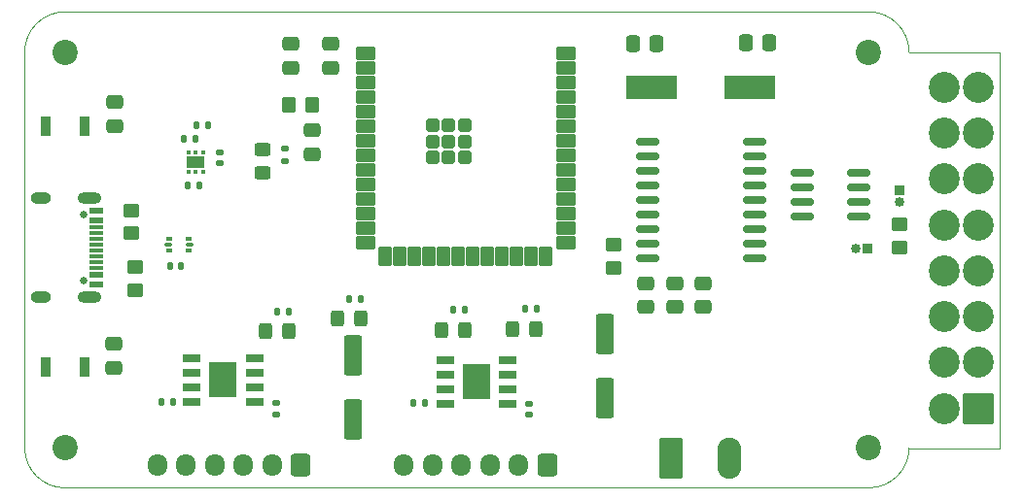
<source format=gbr>
%TF.GenerationSoftware,KiCad,Pcbnew,9.0.2-rc1-202504292220~4c561b3193~ubuntu24.04.1*%
%TF.CreationDate,2025-05-14T22:04:50-03:00*%
%TF.ProjectId,hardware,68617264-7761-4726-952e-6b696361645f,rev?*%
%TF.SameCoordinates,Original*%
%TF.FileFunction,Soldermask,Top*%
%TF.FilePolarity,Negative*%
%FSLAX46Y46*%
G04 Gerber Fmt 4.6, Leading zero omitted, Abs format (unit mm)*
G04 Created by KiCad (PCBNEW 9.0.2-rc1-202504292220~4c561b3193~ubuntu24.04.1) date 2025-05-14 22:04:50*
%MOMM*%
%LPD*%
G01*
G04 APERTURE LIST*
G04 Aperture macros list*
%AMRoundRect*
0 Rectangle with rounded corners*
0 $1 Rounding radius*
0 $2 $3 $4 $5 $6 $7 $8 $9 X,Y pos of 4 corners*
0 Add a 4 corners polygon primitive as box body*
4,1,4,$2,$3,$4,$5,$6,$7,$8,$9,$2,$3,0*
0 Add four circle primitives for the rounded corners*
1,1,$1+$1,$2,$3*
1,1,$1+$1,$4,$5*
1,1,$1+$1,$6,$7*
1,1,$1+$1,$8,$9*
0 Add four rect primitives between the rounded corners*
20,1,$1+$1,$2,$3,$4,$5,0*
20,1,$1+$1,$4,$5,$6,$7,0*
20,1,$1+$1,$6,$7,$8,$9,0*
20,1,$1+$1,$8,$9,$2,$3,0*%
G04 Aperture macros list end*
%ADD10R,1.525000X0.650000*%
%ADD11R,2.400000X3.100000*%
%ADD12RoundRect,0.250000X0.550000X-1.500000X0.550000X1.500000X-0.550000X1.500000X-0.550000X-1.500000X0*%
%ADD13RoundRect,0.102000X1.250000X-1.250000X1.250000X1.250000X-1.250000X1.250000X-1.250000X-1.250000X0*%
%ADD14C,2.704000*%
%ADD15RoundRect,0.135000X0.135000X0.185000X-0.135000X0.185000X-0.135000X-0.185000X0.135000X-0.185000X0*%
%ADD16RoundRect,0.250000X0.450000X-0.350000X0.450000X0.350000X-0.450000X0.350000X-0.450000X-0.350000X0*%
%ADD17RoundRect,0.150000X0.875000X0.150000X-0.875000X0.150000X-0.875000X-0.150000X0.875000X-0.150000X0*%
%ADD18RoundRect,0.250000X-0.475000X0.337500X-0.475000X-0.337500X0.475000X-0.337500X0.475000X0.337500X0*%
%ADD19RoundRect,0.250000X0.475000X-0.337500X0.475000X0.337500X-0.475000X0.337500X-0.475000X-0.337500X0*%
%ADD20RoundRect,0.135000X-0.135000X-0.185000X0.135000X-0.185000X0.135000X0.185000X-0.135000X0.185000X0*%
%ADD21C,2.200000*%
%ADD22RoundRect,0.250000X-0.325000X-0.450000X0.325000X-0.450000X0.325000X0.450000X-0.325000X0.450000X0*%
%ADD23RoundRect,0.135000X-0.185000X0.135000X-0.185000X-0.135000X0.185000X-0.135000X0.185000X0.135000X0*%
%ADD24RoundRect,0.250000X0.600000X0.725000X-0.600000X0.725000X-0.600000X-0.725000X0.600000X-0.725000X0*%
%ADD25O,1.700000X1.950000*%
%ADD26RoundRect,0.093750X-0.106250X0.093750X-0.106250X-0.093750X0.106250X-0.093750X0.106250X0.093750X0*%
%ADD27R,1.600000X1.000000*%
%ADD28RoundRect,0.250000X-0.337500X-0.475000X0.337500X-0.475000X0.337500X0.475000X-0.337500X0.475000X0*%
%ADD29RoundRect,0.140000X-0.170000X0.140000X-0.170000X-0.140000X0.170000X-0.140000X0.170000X0.140000X0*%
%ADD30RoundRect,0.140000X-0.140000X-0.170000X0.140000X-0.170000X0.140000X0.170000X-0.140000X0.170000X0*%
%ADD31RoundRect,0.250000X0.450000X-0.325000X0.450000X0.325000X-0.450000X0.325000X-0.450000X-0.325000X0*%
%ADD32R,0.900000X1.700000*%
%ADD33RoundRect,0.250000X-0.350000X-0.450000X0.350000X-0.450000X0.350000X0.450000X-0.350000X0.450000X0*%
%ADD34C,0.650000*%
%ADD35R,1.240000X0.600000*%
%ADD36R,1.240000X0.300000*%
%ADD37O,2.100000X1.000000*%
%ADD38O,1.800000X1.000000*%
%ADD39RoundRect,0.250000X-0.450000X0.350000X-0.450000X-0.350000X0.450000X-0.350000X0.450000X0.350000X0*%
%ADD40RoundRect,0.102000X-0.750000X-0.450000X0.750000X-0.450000X0.750000X0.450000X-0.750000X0.450000X0*%
%ADD41RoundRect,0.102000X-0.450000X-0.750000X0.450000X-0.750000X0.450000X0.750000X-0.450000X0.750000X0*%
%ADD42RoundRect,0.102000X-0.450000X-0.450000X0.450000X-0.450000X0.450000X0.450000X-0.450000X0.450000X0*%
%ADD43R,0.850000X0.850000*%
%ADD44O,0.850000X0.850000*%
%ADD45RoundRect,0.140000X0.140000X0.170000X-0.140000X0.170000X-0.140000X-0.170000X0.140000X-0.170000X0*%
%ADD46RoundRect,0.093750X-0.156250X-0.093750X0.156250X-0.093750X0.156250X0.093750X-0.156250X0.093750X0*%
%ADD47RoundRect,0.075000X-0.250000X-0.075000X0.250000X-0.075000X0.250000X0.075000X-0.250000X0.075000X0*%
%ADD48RoundRect,0.150000X-0.825000X-0.150000X0.825000X-0.150000X0.825000X0.150000X-0.825000X0.150000X0*%
%ADD49RoundRect,0.249999X-0.790001X-1.550001X0.790001X-1.550001X0.790001X1.550001X-0.790001X1.550001X0*%
%ADD50O,2.080000X3.600000*%
%ADD51R,4.500000X2.000000*%
%TA.AperFunction,Profile*%
%ADD52C,0.050000*%
%TD*%
G04 APERTURE END LIST*
D10*
%TO.C,IC2*%
X61070500Y-68702500D03*
X61070500Y-69972500D03*
X61070500Y-71242500D03*
X61070500Y-72512500D03*
X66494500Y-72512500D03*
X66494500Y-71242500D03*
X66494500Y-69972500D03*
X66494500Y-68702500D03*
D11*
X63782500Y-70607500D03*
%TD*%
D10*
%TO.C,IC1*%
X83088000Y-68845000D03*
X83088000Y-70115000D03*
X83088000Y-71385000D03*
X83088000Y-72655000D03*
X88512000Y-72655000D03*
X88512000Y-71385000D03*
X88512000Y-70115000D03*
X88512000Y-68845000D03*
D11*
X85800000Y-70750000D03*
%TD*%
D12*
%TO.C,C17*%
X97050000Y-72180000D03*
X97050000Y-66580000D03*
%TD*%
%TO.C,C15*%
X75080000Y-74010000D03*
X75080000Y-68410000D03*
%TD*%
D13*
%TO.C,J3*%
X129525000Y-73075000D03*
D14*
X129525000Y-69075000D03*
X129525000Y-65075000D03*
X129525000Y-61075000D03*
X129525000Y-57075000D03*
X129525000Y-53075000D03*
X129525000Y-49075000D03*
X129525000Y-45075000D03*
X126525000Y-73075000D03*
X126525000Y-69075000D03*
X126525000Y-65075000D03*
X126525000Y-61075000D03*
X126525000Y-57075000D03*
X126525000Y-53075000D03*
X126525000Y-49075000D03*
X126525000Y-45075000D03*
%TD*%
D15*
%TO.C,R4*%
X62435000Y-48425000D03*
X61415000Y-48425000D03*
%TD*%
D16*
%TO.C,R2*%
X55800000Y-57800000D03*
X55800000Y-55800000D03*
%TD*%
D17*
%TO.C,U2*%
X110050000Y-59980000D03*
X110050000Y-58710000D03*
X110050000Y-57440000D03*
X110050000Y-56170000D03*
X110050000Y-54900000D03*
X110050000Y-53630000D03*
X110050000Y-52360000D03*
X110050000Y-51090000D03*
X110050000Y-49820000D03*
X100750000Y-49820000D03*
X100750000Y-51090000D03*
X100750000Y-52360000D03*
X100750000Y-53630000D03*
X100750000Y-54900000D03*
X100750000Y-56170000D03*
X100750000Y-57440000D03*
X100750000Y-58710000D03*
X100750000Y-59980000D03*
%TD*%
D18*
%TO.C,C11*%
X105600000Y-62162500D03*
X105600000Y-64237500D03*
%TD*%
D19*
%TO.C,C12*%
X54250000Y-69547500D03*
X54250000Y-67472500D03*
%TD*%
D20*
%TO.C,R16*%
X58412500Y-72517500D03*
X59432500Y-72517500D03*
%TD*%
D19*
%TO.C,C3*%
X69650000Y-43387500D03*
X69650000Y-41312500D03*
%TD*%
%TO.C,C2*%
X73150000Y-43387500D03*
X73150000Y-41312500D03*
%TD*%
D15*
%TO.C,R15*%
X69540000Y-64620000D03*
X68520000Y-64620000D03*
%TD*%
D21*
%TO.C,H4*%
X120000000Y-42000000D03*
%TD*%
D22*
%TO.C,D4*%
X73735000Y-65220000D03*
X75785000Y-65220000D03*
%TD*%
D15*
%TO.C,R13*%
X84830000Y-64470000D03*
X83810000Y-64470000D03*
%TD*%
D23*
%TO.C,R7*%
X69120000Y-50455000D03*
X69120000Y-51475000D03*
%TD*%
D24*
%TO.C,J4*%
X70530000Y-78050000D03*
D25*
X68030000Y-78050000D03*
X65530000Y-78050000D03*
X63030000Y-78050000D03*
X60530000Y-78050000D03*
X58030000Y-78050000D03*
%TD*%
D26*
%TO.C,U4*%
X62050000Y-50712500D03*
X61400000Y-50712500D03*
X60750000Y-50712500D03*
X60750000Y-52487500D03*
X61400000Y-52487500D03*
X62050000Y-52487500D03*
D27*
X61400000Y-51600000D03*
%TD*%
D28*
%TO.C,C7*%
X99462500Y-41250000D03*
X101537500Y-41250000D03*
%TD*%
D21*
%TO.C,H1*%
X50000000Y-76500000D03*
%TD*%
D29*
%TO.C,C6*%
X63460000Y-50730000D03*
X63460000Y-51690000D03*
%TD*%
D30*
%TO.C,C5*%
X60720000Y-53600000D03*
X61680000Y-53600000D03*
%TD*%
D31*
%TO.C,D1*%
X67220000Y-52550000D03*
X67220000Y-50500000D03*
%TD*%
D22*
%TO.C,D2*%
X88947500Y-66160000D03*
X90997500Y-66160000D03*
%TD*%
D32*
%TO.C,SW3*%
X48300000Y-48500000D03*
X51700000Y-48500000D03*
%TD*%
D18*
%TO.C,C10*%
X100600000Y-62162500D03*
X100600000Y-64237500D03*
%TD*%
%TO.C,C4*%
X71500000Y-48812500D03*
X71500000Y-50887500D03*
%TD*%
D28*
%TO.C,C8*%
X109262500Y-41200000D03*
X111337500Y-41200000D03*
%TD*%
D33*
%TO.C,R1*%
X69500000Y-46600000D03*
X71500000Y-46600000D03*
%TD*%
D34*
%TO.C,J1*%
X51605000Y-56150000D03*
X51605000Y-61930000D03*
D35*
X52725000Y-55840000D03*
X52725000Y-56640000D03*
D36*
X52725000Y-57790000D03*
X52725000Y-58790000D03*
X52725000Y-59290000D03*
X52725000Y-60290000D03*
D35*
X52725000Y-61440000D03*
X52725000Y-62240000D03*
X52725000Y-62240000D03*
X52725000Y-61440000D03*
D36*
X52725000Y-60790000D03*
X52725000Y-59790000D03*
X52725000Y-58290000D03*
X52725000Y-57290000D03*
D35*
X52725000Y-56640000D03*
X52725000Y-55840000D03*
D37*
X52125000Y-54720000D03*
D38*
X47925000Y-54720000D03*
D37*
X52125000Y-63360000D03*
D38*
X47925000Y-63360000D03*
%TD*%
D39*
%TO.C,R8*%
X97800000Y-58800000D03*
X97800000Y-60800000D03*
%TD*%
D40*
%TO.C,U1*%
X76150000Y-42090000D03*
X76150000Y-43360000D03*
X76150000Y-44630000D03*
X76150000Y-45900000D03*
X76150000Y-47170000D03*
X76150000Y-48440000D03*
X76150000Y-49710000D03*
X76150000Y-50980000D03*
X76150000Y-52250000D03*
X76150000Y-53520000D03*
X76150000Y-54790000D03*
X76150000Y-56060000D03*
X76150000Y-57330000D03*
X76150000Y-58600000D03*
D41*
X77915000Y-59850000D03*
X79185000Y-59850000D03*
X80455000Y-59850000D03*
X81725000Y-59850000D03*
X82995000Y-59850000D03*
X84265000Y-59850000D03*
X85535000Y-59850000D03*
X86805000Y-59850000D03*
X88075000Y-59850000D03*
X89345000Y-59850000D03*
X90615000Y-59850000D03*
X91885000Y-59850000D03*
D40*
X93650000Y-58600000D03*
X93650000Y-57330000D03*
X93650000Y-56060000D03*
X93650000Y-54790000D03*
X93650000Y-53520000D03*
X93650000Y-52250000D03*
X93650000Y-50980000D03*
X93650000Y-49710000D03*
X93650000Y-48440000D03*
X93650000Y-47170000D03*
X93650000Y-45900000D03*
X93650000Y-44630000D03*
X93650000Y-43360000D03*
X93650000Y-42090000D03*
D42*
X82000000Y-48410000D03*
X83400000Y-48410000D03*
X84800000Y-48410000D03*
X82000000Y-49810000D03*
X83400000Y-49810000D03*
X84800000Y-49810000D03*
X82000000Y-51210000D03*
X83400000Y-51210000D03*
X84800000Y-51210000D03*
%TD*%
D16*
%TO.C,R3*%
X56100000Y-62775000D03*
X56100000Y-60775000D03*
%TD*%
D21*
%TO.C,H3*%
X50000000Y-42000000D03*
%TD*%
D24*
%TO.C,J6*%
X91990000Y-78050000D03*
D25*
X89490000Y-78050000D03*
X86990000Y-78050000D03*
X84490000Y-78050000D03*
X81990000Y-78050000D03*
X79490000Y-78050000D03*
%TD*%
D15*
%TO.C,R12*%
X91060000Y-64390000D03*
X90040000Y-64390000D03*
%TD*%
D18*
%TO.C,C9*%
X103100000Y-62162500D03*
X103100000Y-64237500D03*
%TD*%
D15*
%TO.C,R14*%
X75790000Y-63580000D03*
X74770000Y-63580000D03*
%TD*%
D43*
%TO.C,J5*%
X122650000Y-54040000D03*
D44*
X122650000Y-55040000D03*
%TD*%
D45*
%TO.C,C1*%
X60100000Y-60700000D03*
X59140000Y-60700000D03*
%TD*%
D46*
%TO.C,U3*%
X59050000Y-58262500D03*
D47*
X58975000Y-58800000D03*
D46*
X59050000Y-59337500D03*
X60750000Y-59337500D03*
D47*
X60825000Y-58800000D03*
D46*
X60750000Y-58262500D03*
%TD*%
D29*
%TO.C,C13*%
X68370000Y-72640000D03*
X68370000Y-73600000D03*
%TD*%
D22*
%TO.C,D3*%
X82765000Y-66260000D03*
X84815000Y-66260000D03*
%TD*%
D48*
%TO.C,U5*%
X114175000Y-52495000D03*
X114175000Y-53765000D03*
X114175000Y-55035000D03*
X114175000Y-56305000D03*
X119125000Y-56305000D03*
X119125000Y-55035000D03*
X119125000Y-53765000D03*
X119125000Y-52495000D03*
%TD*%
D43*
%TO.C,J2*%
X119900000Y-59100000D03*
D44*
X118900000Y-59100000D03*
%TD*%
D22*
%TO.C,D5*%
X67475000Y-66310000D03*
X69525000Y-66310000D03*
%TD*%
D49*
%TO.C,J8*%
X102760000Y-77422500D03*
D50*
X107840000Y-77422500D03*
%TD*%
D16*
%TO.C,R6*%
X122650000Y-59040000D03*
X122650000Y-57040000D03*
%TD*%
D21*
%TO.C,H2*%
X120000000Y-76500000D03*
%TD*%
D29*
%TO.C,C16*%
X90420000Y-72680000D03*
X90420000Y-73640000D03*
%TD*%
D51*
%TO.C,Y1*%
X101100000Y-45050000D03*
X109600000Y-45050000D03*
%TD*%
D15*
%TO.C,R5*%
X61410000Y-49575000D03*
X60390000Y-49575000D03*
%TD*%
D32*
%TO.C,SW4*%
X48300000Y-69500000D03*
X51700000Y-69500000D03*
%TD*%
D20*
%TO.C,R9*%
X80350000Y-72640000D03*
X81370000Y-72640000D03*
%TD*%
D19*
%TO.C,C14*%
X54320000Y-48457500D03*
X54320000Y-46382500D03*
%TD*%
D52*
X120000000Y-38500000D02*
X50000000Y-38500000D01*
X123500000Y-76550000D02*
X131350000Y-76550000D01*
X50000000Y-80000000D02*
G75*
G02*
X46500000Y-76500000I0J3500000D01*
G01*
X46500000Y-42000000D02*
X46500000Y-76500000D01*
X123500000Y-42000000D02*
X131275000Y-42000000D01*
X131350000Y-76550000D02*
X131350000Y-42000000D01*
X46500000Y-42000000D02*
G75*
G02*
X50000000Y-38500000I3500000J0D01*
G01*
X120000000Y-80000000D02*
X50000000Y-80000000D01*
X120000000Y-38500000D02*
G75*
G02*
X123500000Y-42000000I0J-3500000D01*
G01*
X123499643Y-76549995D02*
G75*
G02*
X120000000Y-80000000I-3499643J49995D01*
G01*
X131275000Y-42000000D02*
X131350000Y-42000000D01*
M02*

</source>
